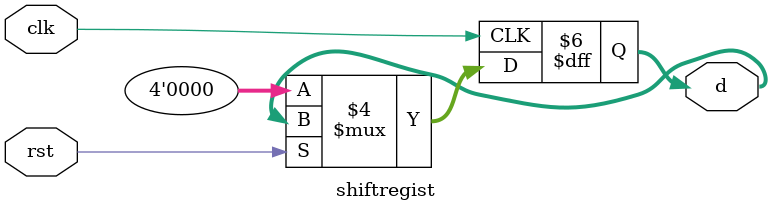
<source format=v>
module shiftregist(d,clk,rst);
	parameter	shiftregist_width = 4;
	output	[shiftregist_width-1:0]d;
	input	clk,rst;
	reg [shiftregist_width-1:0]d;
		always @(posedge clk) 
			if (!rst) 
				d <= 4'b0000;
			else 
				d <= {d[shiftregist_width-2:0],d[shiftregist_width-1:0]};
				//环形移位寄存器，将之前信号的最高位移置所谓的d0（最低位置）。
			/*	
				移位操作符写法：
				temp =< d[3];
				d <= d<<1;
				d[0] = temp;
				所以更建议采用链接操作符，一句话可以说清楚
			*/
endmodule
</source>
